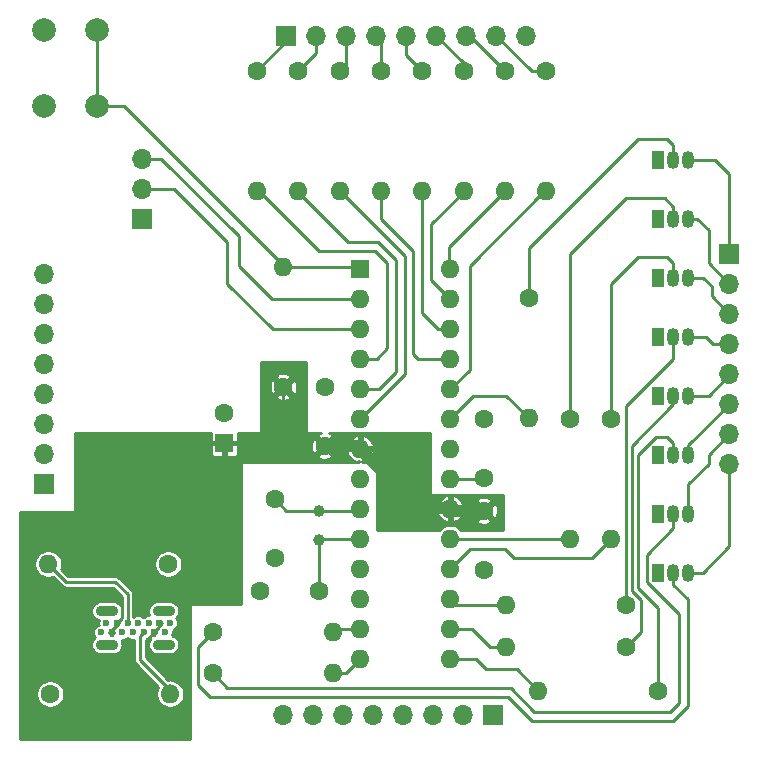
<source format=gbr>
%TF.GenerationSoftware,KiCad,Pcbnew,(5.1.6)-1*%
%TF.CreationDate,2020-05-26T20:54:03-04:00*%
%TF.ProjectId,ArduinoLife2-CPU,41726475-696e-46f4-9c69-6665322d4350,rev?*%
%TF.SameCoordinates,Original*%
%TF.FileFunction,Copper,L2,Bot*%
%TF.FilePolarity,Positive*%
%FSLAX46Y46*%
G04 Gerber Fmt 4.6, Leading zero omitted, Abs format (unit mm)*
G04 Created by KiCad (PCBNEW (5.1.6)-1) date 2020-05-26 20:54:03*
%MOMM*%
%LPD*%
G01*
G04 APERTURE LIST*
%TA.AperFunction,ComponentPad*%
%ADD10C,0.600000*%
%TD*%
%TA.AperFunction,ComponentPad*%
%ADD11O,1.900000X0.900000*%
%TD*%
%TA.AperFunction,ComponentPad*%
%ADD12O,1.600000X1.600000*%
%TD*%
%TA.AperFunction,ComponentPad*%
%ADD13C,1.600000*%
%TD*%
%TA.AperFunction,ComponentPad*%
%ADD14C,1.000000*%
%TD*%
%TA.AperFunction,ComponentPad*%
%ADD15R,1.700000X1.700000*%
%TD*%
%TA.AperFunction,ComponentPad*%
%ADD16O,1.700000X1.700000*%
%TD*%
%TA.AperFunction,ComponentPad*%
%ADD17R,1.600000X1.600000*%
%TD*%
%TA.AperFunction,ComponentPad*%
%ADD18C,2.000000*%
%TD*%
%TA.AperFunction,ComponentPad*%
%ADD19R,1.050000X1.500000*%
%TD*%
%TA.AperFunction,ComponentPad*%
%ADD20O,1.050000X1.500000*%
%TD*%
%TA.AperFunction,Conductor*%
%ADD21C,1.000000*%
%TD*%
%TA.AperFunction,Conductor*%
%ADD22C,0.250000*%
%TD*%
%TA.AperFunction,Conductor*%
%ADD23C,0.254000*%
%TD*%
G04 APERTURE END LIST*
D10*
%TO.P,J6,A1*%
%TO.N,GND*%
X105750000Y-126750000D03*
%TO.P,J6,A4*%
%TO.N,VCC*%
X106650000Y-126750000D03*
%TO.P,J6,A5*%
%TO.N,/CC1*%
X107550000Y-126750000D03*
%TO.P,J6,A6*%
%TO.N,N/C*%
X108450000Y-126750000D03*
%TO.P,J6,A7*%
X109350000Y-126750000D03*
%TO.P,J6,A9*%
%TO.N,VCC*%
X110250000Y-126750000D03*
%TO.P,J6,A12*%
%TO.N,GND*%
X111150000Y-126750000D03*
%TO.P,J6,B12*%
X105300000Y-127530000D03*
%TO.P,J6,B9*%
%TO.N,VCC*%
X106200000Y-127530000D03*
%TO.P,J6,B7*%
%TO.N,N/C*%
X107100000Y-127530000D03*
%TO.P,J6,B6*%
X108000000Y-127530000D03*
%TO.P,J6,B5*%
%TO.N,/CC2*%
X108900000Y-127530000D03*
%TO.P,J6,B4*%
%TO.N,VCC*%
X109800000Y-127530000D03*
%TO.P,J6,B1*%
%TO.N,GND*%
X110700000Y-127530000D03*
D11*
%TO.P,J6,CASE*%
X110600000Y-125710000D03*
X110600000Y-128570000D03*
X105800000Y-125710000D03*
X105800000Y-128570000D03*
%TD*%
D12*
%TO.P,R17,2*%
%TO.N,/CC1*%
X100840000Y-121750000D03*
D13*
%TO.P,R17,1*%
%TO.N,GND*%
X111000000Y-121750000D03*
%TD*%
%TO.P,R18,1*%
%TO.N,GND*%
X101000000Y-132750000D03*
D12*
%TO.P,R18,2*%
%TO.N,/CC2*%
X111160000Y-132750000D03*
%TD*%
D14*
%TO.P,Y1,2*%
%TO.N,/X2*%
X123750000Y-119750000D03*
%TO.P,Y1,1*%
%TO.N,/X1*%
X123750000Y-117250000D03*
%TD*%
D13*
%TO.P,R1,1*%
%TO.N,Net-(Q1-Pad2)*%
X141500000Y-99250000D03*
D12*
%TO.P,R1,2*%
%TO.N,/UC_R0*%
X141500000Y-109410000D03*
%TD*%
D15*
%TO.P,J5,1*%
%TO.N,GND*%
X108750000Y-92500000D03*
D16*
%TO.P,J5,2*%
%TO.N,/TX*%
X108750000Y-89960000D03*
%TO.P,J5,3*%
%TO.N,/RX*%
X108750000Y-87420000D03*
%TD*%
D13*
%TO.P,C3,2*%
%TO.N,Net-(C3-Pad2)*%
X137750000Y-114500000D03*
%TO.P,C3,1*%
%TO.N,GND*%
X137750000Y-109500000D03*
%TD*%
%TO.P,C1,1*%
%TO.N,GND*%
X124250000Y-106750000D03*
%TO.P,C1,2*%
%TO.N,VCC*%
X124250000Y-111750000D03*
%TD*%
%TO.P,C2,2*%
%TO.N,VCC*%
X137750000Y-117250000D03*
%TO.P,C2,1*%
%TO.N,GND*%
X137750000Y-122250000D03*
%TD*%
%TO.P,C4,2*%
%TO.N,/X1*%
X120000000Y-116250000D03*
%TO.P,C4,1*%
%TO.N,GND*%
X120000000Y-121250000D03*
%TD*%
%TO.P,C5,1*%
%TO.N,GND*%
X118750000Y-124000000D03*
%TO.P,C5,2*%
%TO.N,/X2*%
X123750000Y-124000000D03*
%TD*%
D17*
%TO.P,C6,1*%
%TO.N,VCC*%
X115750000Y-111500000D03*
D13*
%TO.P,C6,2*%
%TO.N,GND*%
X115750000Y-109000000D03*
%TD*%
%TO.P,R20,1*%
%TO.N,VCC*%
X120750000Y-106750000D03*
D12*
%TO.P,R20,2*%
%TO.N,/~RESET*%
X120750000Y-96590000D03*
%TD*%
D18*
%TO.P,SW1,2*%
%TO.N,GND*%
X100500000Y-76500000D03*
%TO.P,SW1,1*%
%TO.N,/~RESET*%
X105000000Y-76500000D03*
%TO.P,SW1,2*%
%TO.N,GND*%
X100500000Y-83000000D03*
%TO.P,SW1,1*%
%TO.N,/~RESET*%
X105000000Y-83000000D03*
%TD*%
D17*
%TO.P,U1,1*%
%TO.N,/~RESET*%
X127250000Y-96750000D03*
D12*
%TO.P,U1,15*%
%TO.N,/UC_R5*%
X134870000Y-129770000D03*
%TO.P,U1,2*%
%TO.N,/RX*%
X127250000Y-99290000D03*
%TO.P,U1,16*%
%TO.N,/UC_R4*%
X134870000Y-127230000D03*
%TO.P,U1,3*%
%TO.N,/TX*%
X127250000Y-101830000D03*
%TO.P,U1,17*%
%TO.N,/UC_R3*%
X134870000Y-124690000D03*
%TO.P,U1,4*%
%TO.N,/UC_C0*%
X127250000Y-104370000D03*
%TO.P,U1,18*%
%TO.N,/UC_R2*%
X134870000Y-122150000D03*
%TO.P,U1,5*%
%TO.N,/UC_C1*%
X127250000Y-106910000D03*
%TO.P,U1,19*%
%TO.N,/UC_R1*%
X134870000Y-119610000D03*
%TO.P,U1,6*%
%TO.N,/UC_C2*%
X127250000Y-109450000D03*
%TO.P,U1,20*%
%TO.N,VCC*%
X134870000Y-117070000D03*
%TO.P,U1,7*%
X127250000Y-111990000D03*
%TO.P,U1,21*%
%TO.N,Net-(C3-Pad2)*%
X134870000Y-114530000D03*
%TO.P,U1,8*%
%TO.N,GND*%
X127250000Y-114530000D03*
%TO.P,U1,22*%
X134870000Y-111990000D03*
%TO.P,U1,9*%
%TO.N,/X1*%
X127250000Y-117070000D03*
%TO.P,U1,23*%
%TO.N,/UC_R0*%
X134870000Y-109450000D03*
%TO.P,U1,10*%
%TO.N,/X2*%
X127250000Y-119610000D03*
%TO.P,U1,24*%
%TO.N,/UC_C7*%
X134870000Y-106910000D03*
%TO.P,U1,11*%
%TO.N,N/C*%
X127250000Y-122150000D03*
%TO.P,U1,25*%
%TO.N,/UC_C3*%
X134870000Y-104370000D03*
%TO.P,U1,12*%
%TO.N,N/C*%
X127250000Y-124690000D03*
%TO.P,U1,26*%
%TO.N,/UC_C4*%
X134870000Y-101830000D03*
%TO.P,U1,13*%
%TO.N,/UC_R7*%
X127250000Y-127230000D03*
%TO.P,U1,27*%
%TO.N,/UC_C5*%
X134870000Y-99290000D03*
%TO.P,U1,14*%
%TO.N,/UC_R6*%
X127250000Y-129770000D03*
%TO.P,U1,28*%
%TO.N,/UC_C6*%
X134870000Y-96750000D03*
%TD*%
D15*
%TO.P,J1,1*%
%TO.N,/C0*%
X121000000Y-77000000D03*
D16*
%TO.P,J1,2*%
%TO.N,/C1*%
X123540000Y-77000000D03*
%TO.P,J1,3*%
%TO.N,/C2*%
X126080000Y-77000000D03*
%TO.P,J1,4*%
%TO.N,/C3*%
X128620000Y-77000000D03*
%TO.P,J1,5*%
%TO.N,/C4*%
X131160000Y-77000000D03*
%TO.P,J1,6*%
%TO.N,/C5*%
X133700000Y-77000000D03*
%TO.P,J1,7*%
%TO.N,/C6*%
X136240000Y-77000000D03*
%TO.P,J1,8*%
%TO.N,/C7*%
X138780000Y-77000000D03*
%TO.P,J1,9*%
%TO.N,N/C*%
X141320000Y-77000000D03*
%TD*%
D15*
%TO.P,J2,1*%
%TO.N,/R0*%
X158500000Y-95500000D03*
D16*
%TO.P,J2,2*%
%TO.N,/R1*%
X158500000Y-98040000D03*
%TO.P,J2,3*%
%TO.N,/R2*%
X158500000Y-100580000D03*
%TO.P,J2,4*%
%TO.N,/R3*%
X158500000Y-103120000D03*
%TO.P,J2,5*%
%TO.N,/R4*%
X158500000Y-105660000D03*
%TO.P,J2,6*%
%TO.N,/R5*%
X158500000Y-108200000D03*
%TO.P,J2,7*%
%TO.N,/R6*%
X158500000Y-110740000D03*
%TO.P,J2,8*%
%TO.N,/R7*%
X158500000Y-113280000D03*
%TD*%
D15*
%TO.P,J3,1*%
%TO.N,N/C*%
X100500000Y-115000000D03*
D16*
%TO.P,J3,2*%
X100500000Y-112460000D03*
%TO.P,J3,3*%
X100500000Y-109920000D03*
%TO.P,J3,4*%
X100500000Y-107380000D03*
%TO.P,J3,5*%
X100500000Y-104840000D03*
%TO.P,J3,6*%
X100500000Y-102300000D03*
%TO.P,J3,7*%
X100500000Y-99760000D03*
%TO.P,J3,8*%
X100500000Y-97220000D03*
%TD*%
%TO.P,J4,8*%
%TO.N,N/C*%
X120720000Y-134500000D03*
%TO.P,J4,7*%
X123260000Y-134500000D03*
%TO.P,J4,6*%
X125800000Y-134500000D03*
%TO.P,J4,5*%
X128340000Y-134500000D03*
%TO.P,J4,4*%
X130880000Y-134500000D03*
%TO.P,J4,3*%
X133420000Y-134500000D03*
%TO.P,J4,2*%
X135960000Y-134500000D03*
D15*
%TO.P,J4,1*%
X138500000Y-134500000D03*
%TD*%
D19*
%TO.P,Q1,1*%
%TO.N,GND*%
X152500000Y-87500000D03*
D20*
%TO.P,Q1,3*%
%TO.N,/R0*%
X155040000Y-87500000D03*
%TO.P,Q1,2*%
%TO.N,Net-(Q1-Pad2)*%
X153770000Y-87500000D03*
%TD*%
D19*
%TO.P,Q2,1*%
%TO.N,GND*%
X152500000Y-92500000D03*
D20*
%TO.P,Q2,3*%
%TO.N,/R1*%
X155040000Y-92500000D03*
%TO.P,Q2,2*%
%TO.N,Net-(Q2-Pad2)*%
X153770000Y-92500000D03*
%TD*%
%TO.P,Q3,2*%
%TO.N,Net-(Q3-Pad2)*%
X153770000Y-97500000D03*
%TO.P,Q3,3*%
%TO.N,/R2*%
X155040000Y-97500000D03*
D19*
%TO.P,Q3,1*%
%TO.N,GND*%
X152500000Y-97500000D03*
%TD*%
D20*
%TO.P,Q4,2*%
%TO.N,Net-(Q4-Pad2)*%
X153770000Y-102500000D03*
%TO.P,Q4,3*%
%TO.N,/R3*%
X155040000Y-102500000D03*
D19*
%TO.P,Q4,1*%
%TO.N,GND*%
X152500000Y-102500000D03*
%TD*%
%TO.P,Q5,1*%
%TO.N,GND*%
X152500000Y-107500000D03*
D20*
%TO.P,Q5,3*%
%TO.N,/R4*%
X155040000Y-107500000D03*
%TO.P,Q5,2*%
%TO.N,Net-(Q5-Pad2)*%
X153770000Y-107500000D03*
%TD*%
D19*
%TO.P,Q6,1*%
%TO.N,GND*%
X152500000Y-112500000D03*
D20*
%TO.P,Q6,3*%
%TO.N,/R5*%
X155040000Y-112500000D03*
%TO.P,Q6,2*%
%TO.N,Net-(Q6-Pad2)*%
X153770000Y-112500000D03*
%TD*%
%TO.P,Q7,2*%
%TO.N,Net-(Q7-Pad2)*%
X153770000Y-117500000D03*
%TO.P,Q7,3*%
%TO.N,/R6*%
X155040000Y-117500000D03*
D19*
%TO.P,Q7,1*%
%TO.N,GND*%
X152500000Y-117500000D03*
%TD*%
D20*
%TO.P,Q8,2*%
%TO.N,Net-(Q8-Pad2)*%
X153770000Y-122500000D03*
%TO.P,Q8,3*%
%TO.N,/R7*%
X155040000Y-122500000D03*
D19*
%TO.P,Q8,1*%
%TO.N,GND*%
X152500000Y-122500000D03*
%TD*%
D13*
%TO.P,R2,1*%
%TO.N,Net-(Q2-Pad2)*%
X145000000Y-109500000D03*
D12*
%TO.P,R2,2*%
%TO.N,/UC_R1*%
X145000000Y-119660000D03*
%TD*%
%TO.P,R3,2*%
%TO.N,/UC_R2*%
X148500000Y-119660000D03*
D13*
%TO.P,R3,1*%
%TO.N,Net-(Q3-Pad2)*%
X148500000Y-109500000D03*
%TD*%
D12*
%TO.P,R4,2*%
%TO.N,/UC_R3*%
X139590000Y-125250000D03*
D13*
%TO.P,R4,1*%
%TO.N,Net-(Q4-Pad2)*%
X149750000Y-125250000D03*
%TD*%
%TO.P,R5,1*%
%TO.N,Net-(Q5-Pad2)*%
X149750000Y-128750000D03*
D12*
%TO.P,R5,2*%
%TO.N,/UC_R4*%
X139590000Y-128750000D03*
%TD*%
D13*
%TO.P,R6,1*%
%TO.N,Net-(Q6-Pad2)*%
X152500000Y-132500000D03*
D12*
%TO.P,R6,2*%
%TO.N,/UC_R5*%
X142340000Y-132500000D03*
%TD*%
%TO.P,R7,2*%
%TO.N,/UC_R6*%
X124910000Y-131000000D03*
D13*
%TO.P,R7,1*%
%TO.N,Net-(Q7-Pad2)*%
X114750000Y-131000000D03*
%TD*%
D12*
%TO.P,R8,2*%
%TO.N,/UC_R7*%
X124910000Y-127500000D03*
D13*
%TO.P,R8,1*%
%TO.N,Net-(Q8-Pad2)*%
X114750000Y-127500000D03*
%TD*%
D12*
%TO.P,R9,2*%
%TO.N,/UC_C0*%
X118500000Y-90160000D03*
D13*
%TO.P,R9,1*%
%TO.N,/C0*%
X118500000Y-80000000D03*
%TD*%
%TO.P,R10,1*%
%TO.N,/C1*%
X122000000Y-80000000D03*
D12*
%TO.P,R10,2*%
%TO.N,/UC_C1*%
X122000000Y-90160000D03*
%TD*%
%TO.P,R11,2*%
%TO.N,/UC_C2*%
X125500000Y-90160000D03*
D13*
%TO.P,R11,1*%
%TO.N,/C2*%
X125500000Y-80000000D03*
%TD*%
%TO.P,R12,1*%
%TO.N,/C3*%
X129000000Y-80000000D03*
D12*
%TO.P,R12,2*%
%TO.N,/UC_C3*%
X129000000Y-90160000D03*
%TD*%
D13*
%TO.P,R13,1*%
%TO.N,/C4*%
X132500000Y-80000000D03*
D12*
%TO.P,R13,2*%
%TO.N,/UC_C4*%
X132500000Y-90160000D03*
%TD*%
%TO.P,R14,2*%
%TO.N,/UC_C5*%
X136000000Y-90160000D03*
D13*
%TO.P,R14,1*%
%TO.N,/C5*%
X136000000Y-80000000D03*
%TD*%
%TO.P,R15,1*%
%TO.N,/C6*%
X139500000Y-80000000D03*
D12*
%TO.P,R15,2*%
%TO.N,/UC_C6*%
X139500000Y-90160000D03*
%TD*%
%TO.P,R16,2*%
%TO.N,/UC_C7*%
X143000000Y-90160000D03*
D13*
%TO.P,R16,1*%
%TO.N,/C7*%
X143000000Y-80000000D03*
%TD*%
D21*
%TO.N,VCC*%
X127010000Y-111750000D02*
X127250000Y-111990000D01*
X124250000Y-111750000D02*
X127010000Y-111750000D01*
X127250000Y-111990000D02*
X132260000Y-117000000D01*
X134800000Y-117000000D02*
X134870000Y-117070000D01*
X132260000Y-117000000D02*
X134800000Y-117000000D01*
X135050000Y-117250000D02*
X134870000Y-117070000D01*
X137750000Y-117250000D02*
X135050000Y-117250000D01*
D22*
X109750000Y-129750000D02*
X110000000Y-129750000D01*
X109250000Y-129250000D02*
X109750000Y-129750000D01*
X109800000Y-127530000D02*
X109250000Y-128080000D01*
X109250000Y-128080000D02*
X109250000Y-129250000D01*
X107075010Y-126324990D02*
X107075010Y-124575010D01*
X106650000Y-126750000D02*
X107075010Y-126324990D01*
X107075010Y-124575010D02*
X107000000Y-124500000D01*
X106650000Y-126925000D02*
X106650000Y-126750000D01*
X106200000Y-127530000D02*
X106200000Y-127375000D01*
X106200000Y-127375000D02*
X106650000Y-126925000D01*
X109750000Y-127480000D02*
X109800000Y-127530000D01*
X110250000Y-127080000D02*
X109800000Y-127530000D01*
X110250000Y-126750000D02*
X110250000Y-127080000D01*
X120750000Y-106750000D02*
X120750000Y-111500000D01*
D23*
%TO.N,Net-(C3-Pad2)*%
X137720000Y-114530000D02*
X137750000Y-114500000D01*
X134870000Y-114530000D02*
X137720000Y-114530000D01*
%TO.N,/X1*%
X127070000Y-117250000D02*
X123750000Y-117250000D01*
X127250000Y-117070000D02*
X127070000Y-117250000D01*
D22*
X121000000Y-117250000D02*
X120000000Y-116250000D01*
X123750000Y-117250000D02*
X121000000Y-117250000D01*
D23*
%TO.N,/X2*%
X123810000Y-119610000D02*
X123750000Y-119550000D01*
X127250000Y-119610000D02*
X123810000Y-119610000D01*
X123750000Y-119550000D02*
X123750000Y-124000000D01*
%TO.N,/RX*%
X110420000Y-87420000D02*
X108750000Y-87420000D01*
X127250000Y-99290000D02*
X119790000Y-99290000D01*
X117000000Y-94000000D02*
X110420000Y-87420000D01*
X117000000Y-96500000D02*
X117000000Y-94000000D01*
X119790000Y-99290000D02*
X117000000Y-96500000D01*
%TO.N,/TX*%
X111460000Y-89960000D02*
X108750000Y-89960000D01*
X127250000Y-101830000D02*
X119830000Y-101830000D01*
X116000000Y-94500000D02*
X111460000Y-89960000D01*
X116000000Y-98000000D02*
X116000000Y-94500000D01*
X119830000Y-101830000D02*
X116000000Y-98000000D01*
%TO.N,/~RESET*%
X105000000Y-83000000D02*
X105000000Y-76500000D01*
X107250000Y-83000000D02*
X105000000Y-83000000D01*
X127250000Y-96750000D02*
X127090000Y-96590000D01*
X120840000Y-96590000D02*
X107250000Y-83000000D01*
X127090000Y-96590000D02*
X120840000Y-96590000D01*
%TO.N,/C0*%
X121000000Y-77500000D02*
X118500000Y-80000000D01*
%TO.N,/C1*%
X123540000Y-78460000D02*
X122000000Y-80000000D01*
X123540000Y-77000000D02*
X123540000Y-78460000D01*
%TO.N,/C2*%
X126080000Y-79420000D02*
X125500000Y-80000000D01*
X126080000Y-77000000D02*
X126080000Y-79420000D01*
%TO.N,/C3*%
X129000000Y-77380000D02*
X128620000Y-77000000D01*
X129000000Y-80000000D02*
X129000000Y-77380000D01*
%TO.N,/C4*%
X131160000Y-78660000D02*
X132500000Y-80000000D01*
X131160000Y-77000000D02*
X131160000Y-78660000D01*
%TO.N,/C5*%
X136000000Y-79300000D02*
X136000000Y-80000000D01*
X133700000Y-77000000D02*
X136000000Y-79300000D01*
%TO.N,/C6*%
X136500000Y-77000000D02*
X136240000Y-77000000D01*
X139500000Y-80000000D02*
X136500000Y-77000000D01*
%TO.N,/C7*%
X141780000Y-80000000D02*
X143000000Y-80000000D01*
X138780000Y-77000000D02*
X141780000Y-80000000D01*
%TO.N,/R0*%
X158500000Y-95500000D02*
X158500000Y-88750000D01*
X157250000Y-87500000D02*
X155040000Y-87500000D01*
X158500000Y-88750000D02*
X157250000Y-87500000D01*
%TO.N,/R1*%
X156750000Y-93500000D02*
X155750000Y-92500000D01*
X155750000Y-92500000D02*
X155040000Y-92500000D01*
X158500000Y-98040000D02*
X156750000Y-96290000D01*
X156750000Y-96290000D02*
X156750000Y-93500000D01*
%TO.N,/R2*%
X157000000Y-98250000D02*
X157000000Y-99080000D01*
X157000000Y-99080000D02*
X158500000Y-100580000D01*
X155040000Y-97500000D02*
X156250000Y-97500000D01*
X156250000Y-97500000D02*
X157000000Y-98250000D01*
%TO.N,/R3*%
X158500000Y-103120000D02*
X157120000Y-103120000D01*
X156500000Y-102500000D02*
X155040000Y-102500000D01*
X157120000Y-103120000D02*
X156500000Y-102500000D01*
%TO.N,/R4*%
X158500000Y-105750000D02*
X158500000Y-105660000D01*
X155040000Y-107500000D02*
X156750000Y-107500000D01*
X156750000Y-107500000D02*
X158500000Y-105750000D01*
%TO.N,/R5*%
X158500000Y-108250000D02*
X158500000Y-108200000D01*
X155040000Y-112500000D02*
X155040000Y-111710000D01*
X155040000Y-111710000D02*
X158500000Y-108250000D01*
%TO.N,/R6*%
X155040000Y-117500000D02*
X155040000Y-114960000D01*
X155040000Y-114960000D02*
X156750000Y-113250000D01*
X156750000Y-112490000D02*
X158500000Y-110740000D01*
X156750000Y-113250000D02*
X156750000Y-112490000D01*
%TO.N,/R7*%
X155040000Y-122500000D02*
X156250000Y-122500000D01*
X158500000Y-120250000D02*
X158500000Y-113280000D01*
X156250000Y-122500000D02*
X158500000Y-120250000D01*
%TO.N,Net-(Q1-Pad2)*%
X141500000Y-99250000D02*
X141500000Y-95000000D01*
X141500000Y-95000000D02*
X150750000Y-85750000D01*
X150750000Y-85750000D02*
X153250000Y-85750000D01*
X153770000Y-86270000D02*
X153770000Y-87500000D01*
X153250000Y-85750000D02*
X153770000Y-86270000D01*
%TO.N,Net-(Q2-Pad2)*%
X145000000Y-109500000D02*
X145000000Y-95500000D01*
X145000000Y-95500000D02*
X149750000Y-90750000D01*
X153770000Y-91496000D02*
X153770000Y-92500000D01*
X153024000Y-90750000D02*
X153770000Y-91496000D01*
X149750000Y-90750000D02*
X153024000Y-90750000D01*
%TO.N,Net-(Q3-Pad2)*%
X153250000Y-95750000D02*
X153770000Y-96270000D01*
X150750000Y-95750000D02*
X153250000Y-95750000D01*
X148500000Y-109500000D02*
X148500000Y-98000000D01*
X153770000Y-96270000D02*
X153770000Y-97500000D01*
X148500000Y-98000000D02*
X150750000Y-95750000D01*
%TO.N,Net-(Q4-Pad2)*%
X153770000Y-104366398D02*
X153770000Y-102500000D01*
X149750000Y-108386398D02*
X153770000Y-104366398D01*
X149750000Y-125250000D02*
X149750000Y-108386398D01*
%TO.N,Net-(Q5-Pad2)*%
X153770000Y-108230000D02*
X153770000Y-107500000D01*
X151000000Y-127500000D02*
X151000000Y-124791019D01*
X150250000Y-111750000D02*
X153770000Y-108230000D01*
X149750000Y-128750000D02*
X151000000Y-127500000D01*
X151000000Y-124791019D02*
X150250000Y-124041019D01*
X150250000Y-124041019D02*
X150250000Y-111750000D01*
%TO.N,Net-(Q6-Pad2)*%
X153770000Y-112500000D02*
X153770000Y-111520000D01*
X153770000Y-111520000D02*
X153250000Y-111000000D01*
X153250000Y-111000000D02*
X152250000Y-111000000D01*
X152250000Y-111000000D02*
X150750000Y-112500000D01*
X150750000Y-112500000D02*
X150750000Y-123750000D01*
X152500000Y-125500000D02*
X152500000Y-132500000D01*
X150750000Y-123750000D02*
X152500000Y-125500000D01*
%TO.N,Net-(Q7-Pad2)*%
X116000000Y-132250000D02*
X114750000Y-131000000D01*
X140000000Y-132250000D02*
X116000000Y-132250000D01*
X142000000Y-134250000D02*
X140000000Y-132250000D01*
X153500000Y-134250000D02*
X142000000Y-134250000D01*
X153770000Y-118730000D02*
X151500000Y-121000000D01*
X154250000Y-126000000D02*
X154250000Y-133500000D01*
X153770000Y-117500000D02*
X153770000Y-118730000D01*
X154250000Y-133500000D02*
X153500000Y-134250000D01*
X151500000Y-123250000D02*
X154250000Y-126000000D01*
X151500000Y-121000000D02*
X151500000Y-123250000D01*
%TO.N,Net-(Q8-Pad2)*%
X155000000Y-124750000D02*
X153770000Y-123520000D01*
X155000000Y-133750000D02*
X155000000Y-124750000D01*
X153750000Y-135000000D02*
X155000000Y-133750000D01*
X153770000Y-123520000D02*
X153770000Y-122500000D01*
X141750000Y-135000000D02*
X153750000Y-135000000D01*
X113500000Y-128750000D02*
X113500000Y-132000000D01*
X113500000Y-132000000D02*
X114500000Y-133000000D01*
X114750000Y-127500000D02*
X113500000Y-128750000D01*
X139750000Y-133000000D02*
X141750000Y-135000000D01*
X114500000Y-133000000D02*
X139750000Y-133000000D01*
%TO.N,/UC_R0*%
X134870000Y-109450000D02*
X136820000Y-107500000D01*
X139590000Y-107500000D02*
X141500000Y-109410000D01*
X136820000Y-107500000D02*
X139590000Y-107500000D01*
%TO.N,/UC_R1*%
X134920000Y-119660000D02*
X134870000Y-119610000D01*
X145000000Y-119660000D02*
X134920000Y-119660000D01*
%TO.N,/UC_R2*%
X136520000Y-120500000D02*
X134870000Y-122150000D01*
X139500000Y-120500000D02*
X136520000Y-120500000D01*
X140250000Y-121250000D02*
X139500000Y-120500000D01*
X148500000Y-119660000D02*
X146910000Y-121250000D01*
X146910000Y-121250000D02*
X140250000Y-121250000D01*
%TO.N,/UC_R3*%
X135430000Y-125250000D02*
X134870000Y-124690000D01*
X139590000Y-125250000D02*
X135430000Y-125250000D01*
%TO.N,/UC_R4*%
X136730000Y-127230000D02*
X134870000Y-127230000D01*
X139590000Y-128750000D02*
X138250000Y-128750000D01*
X138250000Y-128750000D02*
X136730000Y-127230000D01*
%TO.N,/UC_R5*%
X137020000Y-129770000D02*
X134870000Y-129770000D01*
X137910000Y-130660000D02*
X137020000Y-129770000D01*
X142340000Y-132500000D02*
X140500000Y-130660000D01*
X140500000Y-130660000D02*
X137910000Y-130660000D01*
%TO.N,/UC_R6*%
X127230000Y-129770000D02*
X127250000Y-129770000D01*
X124910000Y-131000000D02*
X126000000Y-131000000D01*
X126000000Y-131000000D02*
X127230000Y-129770000D01*
%TO.N,/UC_R7*%
X124910000Y-127500000D02*
X125160000Y-127250000D01*
X127230000Y-127250000D02*
X127250000Y-127230000D01*
X125160000Y-127250000D02*
X127230000Y-127250000D01*
%TO.N,/UC_C0*%
X128630000Y-104370000D02*
X127250000Y-104370000D01*
X118660000Y-90160000D02*
X123750000Y-95250000D01*
X129500000Y-103500000D02*
X128630000Y-104370000D01*
X118500000Y-90160000D02*
X118660000Y-90160000D01*
X123750000Y-95250000D02*
X128500000Y-95250000D01*
X128500000Y-95250000D02*
X129500000Y-96250000D01*
X129500000Y-96250000D02*
X129500000Y-103500000D01*
%TO.N,/UC_C1*%
X128840000Y-106910000D02*
X127250000Y-106910000D01*
X130250000Y-105500000D02*
X128840000Y-106910000D01*
X122000000Y-90250000D02*
X126250000Y-94500000D01*
X122000000Y-90160000D02*
X122000000Y-90250000D01*
X126250000Y-94500000D02*
X128750000Y-94500000D01*
X128750000Y-94500000D02*
X130250000Y-96000000D01*
X130250000Y-96000000D02*
X130250000Y-105500000D01*
%TO.N,/UC_C2*%
X131000000Y-105700000D02*
X127250000Y-109450000D01*
X131000000Y-95660000D02*
X131000000Y-105700000D01*
X125500000Y-90160000D02*
X131000000Y-95660000D01*
%TO.N,/UC_C3*%
X132120000Y-104370000D02*
X134870000Y-104370000D01*
X131750000Y-104000000D02*
X132120000Y-104370000D01*
X131750000Y-95250000D02*
X131750000Y-104000000D01*
X129000000Y-90160000D02*
X129000000Y-92500000D01*
X129000000Y-92500000D02*
X131750000Y-95250000D01*
%TO.N,/UC_C4*%
X132500000Y-90160000D02*
X132500000Y-100500000D01*
X133830000Y-101830000D02*
X134870000Y-101830000D01*
X132500000Y-100500000D02*
X133830000Y-101830000D01*
%TO.N,/UC_C5*%
X133250000Y-93000000D02*
X133250000Y-97670000D01*
X136000000Y-90160000D02*
X136000000Y-90250000D01*
X133250000Y-97670000D02*
X134870000Y-99290000D01*
X136000000Y-90250000D02*
X133250000Y-93000000D01*
%TO.N,/UC_C6*%
X134750000Y-94910000D02*
X139500000Y-90160000D01*
X134870000Y-96750000D02*
X134750000Y-96630000D01*
X134750000Y-96630000D02*
X134750000Y-94910000D01*
%TO.N,/UC_C7*%
X134870000Y-106910000D02*
X136500000Y-105280000D01*
X136500000Y-105280000D02*
X136500000Y-96500000D01*
X142840000Y-90160000D02*
X143000000Y-90160000D01*
X136500000Y-96500000D02*
X142840000Y-90160000D01*
D22*
%TO.N,/CC1*%
X102340000Y-123250000D02*
X100840000Y-121750000D01*
X106500000Y-123250000D02*
X102340000Y-123250000D01*
X107550000Y-126750000D02*
X107550000Y-124300000D01*
X107550000Y-124300000D02*
X106500000Y-123250000D01*
%TO.N,/CC2*%
X108600001Y-127829999D02*
X108900000Y-127530000D01*
X108600001Y-129850001D02*
X108600001Y-127829999D01*
X111160000Y-132000000D02*
X110955000Y-132205000D01*
X110955000Y-132205000D02*
X108600001Y-129850001D01*
%TD*%
%TO.N,VCC*%
G36*
X122625000Y-110500000D02*
G01*
X122627402Y-110524386D01*
X122634515Y-110547835D01*
X122646066Y-110569446D01*
X122661612Y-110588388D01*
X122680554Y-110603934D01*
X122702165Y-110615485D01*
X122725614Y-110622598D01*
X122750000Y-110625000D01*
X123903080Y-110625000D01*
X123726368Y-110691782D01*
X123661039Y-110726701D01*
X123574909Y-110898132D01*
X124250000Y-111573223D01*
X124925091Y-110898132D01*
X124838961Y-110726701D01*
X124628009Y-110631463D01*
X124600121Y-110625000D01*
X133125000Y-110625000D01*
X133125000Y-115750000D01*
X133127402Y-115774386D01*
X133134515Y-115797835D01*
X133146066Y-115819446D01*
X133161612Y-115838388D01*
X133180554Y-115853934D01*
X133202165Y-115865485D01*
X133225614Y-115872598D01*
X133250000Y-115875000D01*
X139375000Y-115875000D01*
X139375000Y-118875000D01*
X135792049Y-118875000D01*
X135782682Y-118860981D01*
X135619019Y-118697318D01*
X135426571Y-118568729D01*
X135212735Y-118480155D01*
X134985727Y-118435000D01*
X134754273Y-118435000D01*
X134527265Y-118480155D01*
X134313429Y-118568729D01*
X134120981Y-118697318D01*
X133957318Y-118860981D01*
X133947951Y-118875000D01*
X128625000Y-118875000D01*
X128625000Y-117376228D01*
X133735606Y-117376228D01*
X133756649Y-117445619D01*
X133851321Y-117655606D01*
X133985141Y-117843088D01*
X134152965Y-118000861D01*
X134348345Y-118122861D01*
X134563771Y-118204400D01*
X134745000Y-118144588D01*
X134745000Y-117195000D01*
X134995000Y-117195000D01*
X134995000Y-118144588D01*
X135176229Y-118204400D01*
X135391655Y-118122861D01*
X135425274Y-118101868D01*
X137074909Y-118101868D01*
X137161039Y-118273299D01*
X137371991Y-118368537D01*
X137597470Y-118420791D01*
X137828811Y-118428051D01*
X138057123Y-118390040D01*
X138273632Y-118308218D01*
X138338961Y-118273299D01*
X138425091Y-118101868D01*
X137750000Y-117426777D01*
X137074909Y-118101868D01*
X135425274Y-118101868D01*
X135587035Y-118000861D01*
X135754859Y-117843088D01*
X135888679Y-117655606D01*
X135983351Y-117445619D01*
X136004394Y-117376228D01*
X135988593Y-117328811D01*
X136571949Y-117328811D01*
X136609960Y-117557123D01*
X136691782Y-117773632D01*
X136726701Y-117838961D01*
X136898132Y-117925091D01*
X137573223Y-117250000D01*
X137926777Y-117250000D01*
X138601868Y-117925091D01*
X138773299Y-117838961D01*
X138868537Y-117628009D01*
X138920791Y-117402530D01*
X138928051Y-117171189D01*
X138890040Y-116942877D01*
X138808218Y-116726368D01*
X138773299Y-116661039D01*
X138601868Y-116574909D01*
X137926777Y-117250000D01*
X137573223Y-117250000D01*
X136898132Y-116574909D01*
X136726701Y-116661039D01*
X136631463Y-116871991D01*
X136579209Y-117097470D01*
X136571949Y-117328811D01*
X135988593Y-117328811D01*
X135944000Y-117195000D01*
X134995000Y-117195000D01*
X134745000Y-117195000D01*
X133796000Y-117195000D01*
X133735606Y-117376228D01*
X128625000Y-117376228D01*
X128625000Y-116763772D01*
X133735606Y-116763772D01*
X133796000Y-116945000D01*
X134745000Y-116945000D01*
X134745000Y-115995412D01*
X134995000Y-115995412D01*
X134995000Y-116945000D01*
X135944000Y-116945000D01*
X136004394Y-116763772D01*
X135983351Y-116694381D01*
X135888679Y-116484394D01*
X135827108Y-116398132D01*
X137074909Y-116398132D01*
X137750000Y-117073223D01*
X138425091Y-116398132D01*
X138338961Y-116226701D01*
X138128009Y-116131463D01*
X137902530Y-116079209D01*
X137671189Y-116071949D01*
X137442877Y-116109960D01*
X137226368Y-116191782D01*
X137161039Y-116226701D01*
X137074909Y-116398132D01*
X135827108Y-116398132D01*
X135754859Y-116296912D01*
X135587035Y-116139139D01*
X135391655Y-116017139D01*
X135176229Y-115935600D01*
X134995000Y-115995412D01*
X134745000Y-115995412D01*
X134563771Y-115935600D01*
X134348345Y-116017139D01*
X134152965Y-116139139D01*
X133985141Y-116296912D01*
X133851321Y-116484394D01*
X133756649Y-116694381D01*
X133735606Y-116763772D01*
X128625000Y-116763772D01*
X128625000Y-113250000D01*
X128622598Y-113225614D01*
X128615485Y-113202165D01*
X128603934Y-113180554D01*
X128588388Y-113161612D01*
X128569446Y-113146066D01*
X128547835Y-113134515D01*
X128524386Y-113127402D01*
X128500000Y-113125000D01*
X127375002Y-113125000D01*
X127375002Y-113064589D01*
X127556229Y-113124400D01*
X127771655Y-113042861D01*
X127967035Y-112920861D01*
X128134859Y-112763088D01*
X128268679Y-112575606D01*
X128363351Y-112365619D01*
X128384394Y-112296228D01*
X128324000Y-112115000D01*
X127375000Y-112115000D01*
X127375000Y-112135000D01*
X127125000Y-112135000D01*
X127125000Y-112115000D01*
X126176000Y-112115000D01*
X126115606Y-112296228D01*
X126136649Y-112365619D01*
X126231321Y-112575606D01*
X126365141Y-112763088D01*
X126532965Y-112920861D01*
X126728345Y-113042861D01*
X126943771Y-113124400D01*
X127124998Y-113064589D01*
X127124998Y-113125000D01*
X117250000Y-113125000D01*
X117225614Y-113127402D01*
X117202165Y-113134515D01*
X117180554Y-113146066D01*
X117161612Y-113161612D01*
X117146066Y-113180554D01*
X117134515Y-113202165D01*
X117127402Y-113225614D01*
X117125000Y-113250000D01*
X117125000Y-125125000D01*
X113000000Y-125125000D01*
X112975614Y-125127402D01*
X112952165Y-125134515D01*
X112930554Y-125146066D01*
X112911612Y-125161612D01*
X112896066Y-125180554D01*
X112884515Y-125202165D01*
X112877402Y-125225614D01*
X112875000Y-125250000D01*
X112875000Y-136600000D01*
X98400000Y-136600000D01*
X98400000Y-132634273D01*
X99825000Y-132634273D01*
X99825000Y-132865727D01*
X99870155Y-133092735D01*
X99958729Y-133306571D01*
X100087318Y-133499019D01*
X100250981Y-133662682D01*
X100443429Y-133791271D01*
X100657265Y-133879845D01*
X100884273Y-133925000D01*
X101115727Y-133925000D01*
X101342735Y-133879845D01*
X101556571Y-133791271D01*
X101749019Y-133662682D01*
X101912682Y-133499019D01*
X102041271Y-133306571D01*
X102129845Y-133092735D01*
X102175000Y-132865727D01*
X102175000Y-132634273D01*
X102129845Y-132407265D01*
X102041271Y-132193429D01*
X101912682Y-132000981D01*
X101749019Y-131837318D01*
X101556571Y-131708729D01*
X101342735Y-131620155D01*
X101115727Y-131575000D01*
X100884273Y-131575000D01*
X100657265Y-131620155D01*
X100443429Y-131708729D01*
X100250981Y-131837318D01*
X100087318Y-132000981D01*
X99958729Y-132193429D01*
X99870155Y-132407265D01*
X99825000Y-132634273D01*
X98400000Y-132634273D01*
X98400000Y-121634273D01*
X99665000Y-121634273D01*
X99665000Y-121865727D01*
X99710155Y-122092735D01*
X99798729Y-122306571D01*
X99927318Y-122499019D01*
X100090981Y-122662682D01*
X100283429Y-122791271D01*
X100497265Y-122879845D01*
X100724273Y-122925000D01*
X100955727Y-122925000D01*
X101182735Y-122879845D01*
X101239306Y-122856412D01*
X101969079Y-123586186D01*
X101984736Y-123605264D01*
X102060871Y-123667746D01*
X102147733Y-123714175D01*
X102241983Y-123742765D01*
X102315440Y-123750000D01*
X102315449Y-123750000D01*
X102339999Y-123752418D01*
X102364549Y-123750000D01*
X106292895Y-123750000D01*
X107050001Y-124507108D01*
X107050001Y-125363036D01*
X106989281Y-125249437D01*
X106886185Y-125123815D01*
X106760563Y-125020719D01*
X106617241Y-124944112D01*
X106461728Y-124896938D01*
X106340521Y-124885000D01*
X105259479Y-124885000D01*
X105138272Y-124896938D01*
X104982759Y-124944112D01*
X104839437Y-125020719D01*
X104713815Y-125123815D01*
X104610719Y-125249437D01*
X104534112Y-125392759D01*
X104486938Y-125548272D01*
X104471009Y-125710000D01*
X104486938Y-125871728D01*
X104534112Y-126027241D01*
X104610719Y-126170563D01*
X104713815Y-126296185D01*
X104839437Y-126399281D01*
X104982759Y-126475888D01*
X105116164Y-126516356D01*
X105100940Y-126553110D01*
X105075000Y-126683518D01*
X105075000Y-126816482D01*
X105088985Y-126886791D01*
X104980268Y-126931823D01*
X104869713Y-127005693D01*
X104775693Y-127099713D01*
X104701823Y-127210268D01*
X104650940Y-127333110D01*
X104625000Y-127463518D01*
X104625000Y-127596482D01*
X104650940Y-127726890D01*
X104701823Y-127849732D01*
X104763932Y-127942685D01*
X104713815Y-127983815D01*
X104610719Y-128109437D01*
X104534112Y-128252759D01*
X104486938Y-128408272D01*
X104471009Y-128570000D01*
X104486938Y-128731728D01*
X104534112Y-128887241D01*
X104610719Y-129030563D01*
X104713815Y-129156185D01*
X104839437Y-129259281D01*
X104982759Y-129335888D01*
X105138272Y-129383062D01*
X105259479Y-129395000D01*
X106340521Y-129395000D01*
X106461728Y-129383062D01*
X106617241Y-129335888D01*
X106760563Y-129259281D01*
X106886185Y-129156185D01*
X106989281Y-129030563D01*
X107065888Y-128887241D01*
X107113062Y-128731728D01*
X107128991Y-128570000D01*
X107113062Y-128408272D01*
X107065888Y-128252759D01*
X107040360Y-128205000D01*
X107166482Y-128205000D01*
X107296890Y-128179060D01*
X107419732Y-128128177D01*
X107530287Y-128054307D01*
X107550000Y-128034594D01*
X107569713Y-128054307D01*
X107680268Y-128128177D01*
X107803110Y-128179060D01*
X107933518Y-128205000D01*
X108066482Y-128205000D01*
X108100002Y-128198332D01*
X108100001Y-129825441D01*
X108097582Y-129850001D01*
X108101101Y-129885727D01*
X108107236Y-129948017D01*
X108135826Y-130042267D01*
X108182255Y-130129130D01*
X108244737Y-130205265D01*
X108263825Y-130220930D01*
X110165830Y-132122937D01*
X110118729Y-132193429D01*
X110030155Y-132407265D01*
X109985000Y-132634273D01*
X109985000Y-132865727D01*
X110030155Y-133092735D01*
X110118729Y-133306571D01*
X110247318Y-133499019D01*
X110410981Y-133662682D01*
X110603429Y-133791271D01*
X110817265Y-133879845D01*
X111044273Y-133925000D01*
X111275727Y-133925000D01*
X111502735Y-133879845D01*
X111716571Y-133791271D01*
X111909019Y-133662682D01*
X112072682Y-133499019D01*
X112201271Y-133306571D01*
X112289845Y-133092735D01*
X112335000Y-132865727D01*
X112335000Y-132634273D01*
X112289845Y-132407265D01*
X112201271Y-132193429D01*
X112072682Y-132000981D01*
X111909019Y-131837318D01*
X111716571Y-131708729D01*
X111502735Y-131620155D01*
X111479738Y-131615581D01*
X111439129Y-131582254D01*
X111352268Y-131535826D01*
X111258017Y-131507235D01*
X111160000Y-131497581D01*
X111061983Y-131507235D01*
X110987067Y-131529961D01*
X109100001Y-129642896D01*
X109100001Y-128177771D01*
X109219732Y-128128177D01*
X109330287Y-128054307D01*
X109348119Y-128036476D01*
X109409211Y-128097568D01*
X109471942Y-128034837D01*
X109410719Y-128109437D01*
X109334112Y-128252759D01*
X109286938Y-128408272D01*
X109271009Y-128570000D01*
X109286938Y-128731728D01*
X109334112Y-128887241D01*
X109410719Y-129030563D01*
X109513815Y-129156185D01*
X109639437Y-129259281D01*
X109782759Y-129335888D01*
X109938272Y-129383062D01*
X110059479Y-129395000D01*
X111140521Y-129395000D01*
X111261728Y-129383062D01*
X111417241Y-129335888D01*
X111560563Y-129259281D01*
X111686185Y-129156185D01*
X111789281Y-129030563D01*
X111865888Y-128887241D01*
X111913062Y-128731728D01*
X111928991Y-128570000D01*
X111913062Y-128408272D01*
X111865888Y-128252759D01*
X111789281Y-128109437D01*
X111686185Y-127983815D01*
X111560563Y-127880719D01*
X111417241Y-127804112D01*
X111328255Y-127777118D01*
X111349060Y-127726890D01*
X111375000Y-127596482D01*
X111375000Y-127463518D01*
X111361015Y-127393209D01*
X111469732Y-127348177D01*
X111580287Y-127274307D01*
X111674307Y-127180287D01*
X111748177Y-127069732D01*
X111799060Y-126946890D01*
X111825000Y-126816482D01*
X111825000Y-126683518D01*
X111799060Y-126553110D01*
X111748177Y-126430268D01*
X111674307Y-126319713D01*
X111666738Y-126312144D01*
X111686185Y-126296185D01*
X111789281Y-126170563D01*
X111865888Y-126027241D01*
X111913062Y-125871728D01*
X111928991Y-125710000D01*
X111913062Y-125548272D01*
X111865888Y-125392759D01*
X111789281Y-125249437D01*
X111686185Y-125123815D01*
X111560563Y-125020719D01*
X111417241Y-124944112D01*
X111261728Y-124896938D01*
X111140521Y-124885000D01*
X110059479Y-124885000D01*
X109938272Y-124896938D01*
X109782759Y-124944112D01*
X109639437Y-125020719D01*
X109513815Y-125123815D01*
X109410719Y-125249437D01*
X109334112Y-125392759D01*
X109286938Y-125548272D01*
X109271009Y-125710000D01*
X109286938Y-125871728D01*
X109334112Y-126027241D01*
X109359640Y-126075000D01*
X109283518Y-126075000D01*
X109153110Y-126100940D01*
X109030268Y-126151823D01*
X108919713Y-126225693D01*
X108900000Y-126245406D01*
X108880287Y-126225693D01*
X108769732Y-126151823D01*
X108646890Y-126100940D01*
X108516482Y-126075000D01*
X108383518Y-126075000D01*
X108253110Y-126100940D01*
X108130268Y-126151823D01*
X108050000Y-126205456D01*
X108050000Y-124324549D01*
X108052418Y-124299999D01*
X108050000Y-124275449D01*
X108050000Y-124275440D01*
X108042765Y-124201983D01*
X108014175Y-124107733D01*
X107967746Y-124020871D01*
X107905264Y-123944736D01*
X107886187Y-123929080D01*
X106870929Y-122913824D01*
X106855264Y-122894736D01*
X106779129Y-122832254D01*
X106692267Y-122785825D01*
X106598017Y-122757235D01*
X106524560Y-122750000D01*
X106500000Y-122747581D01*
X106475440Y-122750000D01*
X102547107Y-122750000D01*
X101946412Y-122149306D01*
X101969845Y-122092735D01*
X102015000Y-121865727D01*
X102015000Y-121634273D01*
X109825000Y-121634273D01*
X109825000Y-121865727D01*
X109870155Y-122092735D01*
X109958729Y-122306571D01*
X110087318Y-122499019D01*
X110250981Y-122662682D01*
X110443429Y-122791271D01*
X110657265Y-122879845D01*
X110884273Y-122925000D01*
X111115727Y-122925000D01*
X111342735Y-122879845D01*
X111556571Y-122791271D01*
X111749019Y-122662682D01*
X111912682Y-122499019D01*
X112041271Y-122306571D01*
X112129845Y-122092735D01*
X112175000Y-121865727D01*
X112175000Y-121634273D01*
X112129845Y-121407265D01*
X112041271Y-121193429D01*
X111912682Y-121000981D01*
X111749019Y-120837318D01*
X111556571Y-120708729D01*
X111342735Y-120620155D01*
X111115727Y-120575000D01*
X110884273Y-120575000D01*
X110657265Y-120620155D01*
X110443429Y-120708729D01*
X110250981Y-120837318D01*
X110087318Y-121000981D01*
X109958729Y-121193429D01*
X109870155Y-121407265D01*
X109825000Y-121634273D01*
X102015000Y-121634273D01*
X101969845Y-121407265D01*
X101881271Y-121193429D01*
X101752682Y-121000981D01*
X101589019Y-120837318D01*
X101396571Y-120708729D01*
X101182735Y-120620155D01*
X100955727Y-120575000D01*
X100724273Y-120575000D01*
X100497265Y-120620155D01*
X100283429Y-120708729D01*
X100090981Y-120837318D01*
X99927318Y-121000981D01*
X99798729Y-121193429D01*
X99710155Y-121407265D01*
X99665000Y-121634273D01*
X98400000Y-121634273D01*
X98400000Y-117375000D01*
X103000000Y-117375000D01*
X103024386Y-117372598D01*
X103047835Y-117365485D01*
X103069446Y-117353934D01*
X103088388Y-117338388D01*
X103103934Y-117319446D01*
X103115485Y-117297835D01*
X103122598Y-117274386D01*
X103125000Y-117250000D01*
X103125000Y-112300000D01*
X114573186Y-112300000D01*
X114580426Y-112373513D01*
X114601869Y-112444200D01*
X114636691Y-112509347D01*
X114683552Y-112566448D01*
X114740653Y-112613309D01*
X114805800Y-112648131D01*
X114876487Y-112669574D01*
X114950000Y-112676814D01*
X115531250Y-112675000D01*
X115625000Y-112581250D01*
X115625000Y-111625000D01*
X115875000Y-111625000D01*
X115875000Y-112581250D01*
X115968750Y-112675000D01*
X116550000Y-112676814D01*
X116623513Y-112669574D01*
X116694200Y-112648131D01*
X116759347Y-112613309D01*
X116773288Y-112601868D01*
X123574909Y-112601868D01*
X123661039Y-112773299D01*
X123871991Y-112868537D01*
X124097470Y-112920791D01*
X124328811Y-112928051D01*
X124557123Y-112890040D01*
X124773632Y-112808218D01*
X124838961Y-112773299D01*
X124925091Y-112601868D01*
X124250000Y-111926777D01*
X123574909Y-112601868D01*
X116773288Y-112601868D01*
X116816448Y-112566448D01*
X116863309Y-112509347D01*
X116898131Y-112444200D01*
X116919574Y-112373513D01*
X116926814Y-112300000D01*
X116925344Y-111828811D01*
X123071949Y-111828811D01*
X123109960Y-112057123D01*
X123191782Y-112273632D01*
X123226701Y-112338961D01*
X123398132Y-112425091D01*
X124073223Y-111750000D01*
X124426777Y-111750000D01*
X125101868Y-112425091D01*
X125273299Y-112338961D01*
X125368537Y-112128009D01*
X125420791Y-111902530D01*
X125427656Y-111683772D01*
X126115606Y-111683772D01*
X126176000Y-111865000D01*
X127125000Y-111865000D01*
X127125000Y-110915412D01*
X127375000Y-110915412D01*
X127375000Y-111865000D01*
X128324000Y-111865000D01*
X128384394Y-111683772D01*
X128363351Y-111614381D01*
X128268679Y-111404394D01*
X128134859Y-111216912D01*
X127967035Y-111059139D01*
X127771655Y-110937139D01*
X127556229Y-110855600D01*
X127375000Y-110915412D01*
X127125000Y-110915412D01*
X126943771Y-110855600D01*
X126728345Y-110937139D01*
X126532965Y-111059139D01*
X126365141Y-111216912D01*
X126231321Y-111404394D01*
X126136649Y-111614381D01*
X126115606Y-111683772D01*
X125427656Y-111683772D01*
X125428051Y-111671189D01*
X125390040Y-111442877D01*
X125308218Y-111226368D01*
X125273299Y-111161039D01*
X125101868Y-111074909D01*
X124426777Y-111750000D01*
X124073223Y-111750000D01*
X123398132Y-111074909D01*
X123226701Y-111161039D01*
X123131463Y-111371991D01*
X123079209Y-111597470D01*
X123071949Y-111828811D01*
X116925344Y-111828811D01*
X116925000Y-111718750D01*
X116831250Y-111625000D01*
X115875000Y-111625000D01*
X115625000Y-111625000D01*
X114668750Y-111625000D01*
X114575000Y-111718750D01*
X114573186Y-112300000D01*
X103125000Y-112300000D01*
X103125000Y-110625000D01*
X114580877Y-110625000D01*
X114580426Y-110626487D01*
X114573186Y-110700000D01*
X114575000Y-111281250D01*
X114668750Y-111375000D01*
X115625000Y-111375000D01*
X115625000Y-111355000D01*
X115875000Y-111355000D01*
X115875000Y-111375000D01*
X116831250Y-111375000D01*
X116925000Y-111281250D01*
X116926814Y-110700000D01*
X116919574Y-110626487D01*
X116919123Y-110625000D01*
X118750000Y-110625000D01*
X118774386Y-110622598D01*
X118797835Y-110615485D01*
X118819446Y-110603934D01*
X118838388Y-110588388D01*
X118853934Y-110569446D01*
X118865485Y-110547835D01*
X118872598Y-110524386D01*
X118875000Y-110500000D01*
X118875000Y-107601868D01*
X120074909Y-107601868D01*
X120161039Y-107773299D01*
X120371991Y-107868537D01*
X120597470Y-107920791D01*
X120828811Y-107928051D01*
X121057123Y-107890040D01*
X121273632Y-107808218D01*
X121338961Y-107773299D01*
X121425091Y-107601868D01*
X120750000Y-106926777D01*
X120074909Y-107601868D01*
X118875000Y-107601868D01*
X118875000Y-106828811D01*
X119571949Y-106828811D01*
X119609960Y-107057123D01*
X119691782Y-107273632D01*
X119726701Y-107338961D01*
X119898132Y-107425091D01*
X120573223Y-106750000D01*
X120926777Y-106750000D01*
X121601868Y-107425091D01*
X121773299Y-107338961D01*
X121868537Y-107128009D01*
X121920791Y-106902530D01*
X121928051Y-106671189D01*
X121890040Y-106442877D01*
X121808218Y-106226368D01*
X121773299Y-106161039D01*
X121601868Y-106074909D01*
X120926777Y-106750000D01*
X120573223Y-106750000D01*
X119898132Y-106074909D01*
X119726701Y-106161039D01*
X119631463Y-106371991D01*
X119579209Y-106597470D01*
X119571949Y-106828811D01*
X118875000Y-106828811D01*
X118875000Y-105898132D01*
X120074909Y-105898132D01*
X120750000Y-106573223D01*
X121425091Y-105898132D01*
X121338961Y-105726701D01*
X121128009Y-105631463D01*
X120902530Y-105579209D01*
X120671189Y-105571949D01*
X120442877Y-105609960D01*
X120226368Y-105691782D01*
X120161039Y-105726701D01*
X120074909Y-105898132D01*
X118875000Y-105898132D01*
X118875000Y-104625000D01*
X122625000Y-104625000D01*
X122625000Y-110500000D01*
G37*
X122625000Y-110500000D02*
X122627402Y-110524386D01*
X122634515Y-110547835D01*
X122646066Y-110569446D01*
X122661612Y-110588388D01*
X122680554Y-110603934D01*
X122702165Y-110615485D01*
X122725614Y-110622598D01*
X122750000Y-110625000D01*
X123903080Y-110625000D01*
X123726368Y-110691782D01*
X123661039Y-110726701D01*
X123574909Y-110898132D01*
X124250000Y-111573223D01*
X124925091Y-110898132D01*
X124838961Y-110726701D01*
X124628009Y-110631463D01*
X124600121Y-110625000D01*
X133125000Y-110625000D01*
X133125000Y-115750000D01*
X133127402Y-115774386D01*
X133134515Y-115797835D01*
X133146066Y-115819446D01*
X133161612Y-115838388D01*
X133180554Y-115853934D01*
X133202165Y-115865485D01*
X133225614Y-115872598D01*
X133250000Y-115875000D01*
X139375000Y-115875000D01*
X139375000Y-118875000D01*
X135792049Y-118875000D01*
X135782682Y-118860981D01*
X135619019Y-118697318D01*
X135426571Y-118568729D01*
X135212735Y-118480155D01*
X134985727Y-118435000D01*
X134754273Y-118435000D01*
X134527265Y-118480155D01*
X134313429Y-118568729D01*
X134120981Y-118697318D01*
X133957318Y-118860981D01*
X133947951Y-118875000D01*
X128625000Y-118875000D01*
X128625000Y-117376228D01*
X133735606Y-117376228D01*
X133756649Y-117445619D01*
X133851321Y-117655606D01*
X133985141Y-117843088D01*
X134152965Y-118000861D01*
X134348345Y-118122861D01*
X134563771Y-118204400D01*
X134745000Y-118144588D01*
X134745000Y-117195000D01*
X134995000Y-117195000D01*
X134995000Y-118144588D01*
X135176229Y-118204400D01*
X135391655Y-118122861D01*
X135425274Y-118101868D01*
X137074909Y-118101868D01*
X137161039Y-118273299D01*
X137371991Y-118368537D01*
X137597470Y-118420791D01*
X137828811Y-118428051D01*
X138057123Y-118390040D01*
X138273632Y-118308218D01*
X138338961Y-118273299D01*
X138425091Y-118101868D01*
X137750000Y-117426777D01*
X137074909Y-118101868D01*
X135425274Y-118101868D01*
X135587035Y-118000861D01*
X135754859Y-117843088D01*
X135888679Y-117655606D01*
X135983351Y-117445619D01*
X136004394Y-117376228D01*
X135988593Y-117328811D01*
X136571949Y-117328811D01*
X136609960Y-117557123D01*
X136691782Y-117773632D01*
X136726701Y-117838961D01*
X136898132Y-117925091D01*
X137573223Y-117250000D01*
X137926777Y-117250000D01*
X138601868Y-117925091D01*
X138773299Y-117838961D01*
X138868537Y-117628009D01*
X138920791Y-117402530D01*
X138928051Y-117171189D01*
X138890040Y-116942877D01*
X138808218Y-116726368D01*
X138773299Y-116661039D01*
X138601868Y-116574909D01*
X137926777Y-117250000D01*
X137573223Y-117250000D01*
X136898132Y-116574909D01*
X136726701Y-116661039D01*
X136631463Y-116871991D01*
X136579209Y-117097470D01*
X136571949Y-117328811D01*
X135988593Y-117328811D01*
X135944000Y-117195000D01*
X134995000Y-117195000D01*
X134745000Y-117195000D01*
X133796000Y-117195000D01*
X133735606Y-117376228D01*
X128625000Y-117376228D01*
X128625000Y-116763772D01*
X133735606Y-116763772D01*
X133796000Y-116945000D01*
X134745000Y-116945000D01*
X134745000Y-115995412D01*
X134995000Y-115995412D01*
X134995000Y-116945000D01*
X135944000Y-116945000D01*
X136004394Y-116763772D01*
X135983351Y-116694381D01*
X135888679Y-116484394D01*
X135827108Y-116398132D01*
X137074909Y-116398132D01*
X137750000Y-117073223D01*
X138425091Y-116398132D01*
X138338961Y-116226701D01*
X138128009Y-116131463D01*
X137902530Y-116079209D01*
X137671189Y-116071949D01*
X137442877Y-116109960D01*
X137226368Y-116191782D01*
X137161039Y-116226701D01*
X137074909Y-116398132D01*
X135827108Y-116398132D01*
X135754859Y-116296912D01*
X135587035Y-116139139D01*
X135391655Y-116017139D01*
X135176229Y-115935600D01*
X134995000Y-115995412D01*
X134745000Y-115995412D01*
X134563771Y-115935600D01*
X134348345Y-116017139D01*
X134152965Y-116139139D01*
X133985141Y-116296912D01*
X133851321Y-116484394D01*
X133756649Y-116694381D01*
X133735606Y-116763772D01*
X128625000Y-116763772D01*
X128625000Y-113250000D01*
X128622598Y-113225614D01*
X128615485Y-113202165D01*
X128603934Y-113180554D01*
X128588388Y-113161612D01*
X128569446Y-113146066D01*
X128547835Y-113134515D01*
X128524386Y-113127402D01*
X128500000Y-113125000D01*
X127375002Y-113125000D01*
X127375002Y-113064589D01*
X127556229Y-113124400D01*
X127771655Y-113042861D01*
X127967035Y-112920861D01*
X128134859Y-112763088D01*
X128268679Y-112575606D01*
X128363351Y-112365619D01*
X128384394Y-112296228D01*
X128324000Y-112115000D01*
X127375000Y-112115000D01*
X127375000Y-112135000D01*
X127125000Y-112135000D01*
X127125000Y-112115000D01*
X126176000Y-112115000D01*
X126115606Y-112296228D01*
X126136649Y-112365619D01*
X126231321Y-112575606D01*
X126365141Y-112763088D01*
X126532965Y-112920861D01*
X126728345Y-113042861D01*
X126943771Y-113124400D01*
X127124998Y-113064589D01*
X127124998Y-113125000D01*
X117250000Y-113125000D01*
X117225614Y-113127402D01*
X117202165Y-113134515D01*
X117180554Y-113146066D01*
X117161612Y-113161612D01*
X117146066Y-113180554D01*
X117134515Y-113202165D01*
X117127402Y-113225614D01*
X117125000Y-113250000D01*
X117125000Y-125125000D01*
X113000000Y-125125000D01*
X112975614Y-125127402D01*
X112952165Y-125134515D01*
X112930554Y-125146066D01*
X112911612Y-125161612D01*
X112896066Y-125180554D01*
X112884515Y-125202165D01*
X112877402Y-125225614D01*
X112875000Y-125250000D01*
X112875000Y-136600000D01*
X98400000Y-136600000D01*
X98400000Y-132634273D01*
X99825000Y-132634273D01*
X99825000Y-132865727D01*
X99870155Y-133092735D01*
X99958729Y-133306571D01*
X100087318Y-133499019D01*
X100250981Y-133662682D01*
X100443429Y-133791271D01*
X100657265Y-133879845D01*
X100884273Y-133925000D01*
X101115727Y-133925000D01*
X101342735Y-133879845D01*
X101556571Y-133791271D01*
X101749019Y-133662682D01*
X101912682Y-133499019D01*
X102041271Y-133306571D01*
X102129845Y-133092735D01*
X102175000Y-132865727D01*
X102175000Y-132634273D01*
X102129845Y-132407265D01*
X102041271Y-132193429D01*
X101912682Y-132000981D01*
X101749019Y-131837318D01*
X101556571Y-131708729D01*
X101342735Y-131620155D01*
X101115727Y-131575000D01*
X100884273Y-131575000D01*
X100657265Y-131620155D01*
X100443429Y-131708729D01*
X100250981Y-131837318D01*
X100087318Y-132000981D01*
X99958729Y-132193429D01*
X99870155Y-132407265D01*
X99825000Y-132634273D01*
X98400000Y-132634273D01*
X98400000Y-121634273D01*
X99665000Y-121634273D01*
X99665000Y-121865727D01*
X99710155Y-122092735D01*
X99798729Y-122306571D01*
X99927318Y-122499019D01*
X100090981Y-122662682D01*
X100283429Y-122791271D01*
X100497265Y-122879845D01*
X100724273Y-122925000D01*
X100955727Y-122925000D01*
X101182735Y-122879845D01*
X101239306Y-122856412D01*
X101969079Y-123586186D01*
X101984736Y-123605264D01*
X102060871Y-123667746D01*
X102147733Y-123714175D01*
X102241983Y-123742765D01*
X102315440Y-123750000D01*
X102315449Y-123750000D01*
X102339999Y-123752418D01*
X102364549Y-123750000D01*
X106292895Y-123750000D01*
X107050001Y-124507108D01*
X107050001Y-125363036D01*
X106989281Y-125249437D01*
X106886185Y-125123815D01*
X106760563Y-125020719D01*
X106617241Y-124944112D01*
X106461728Y-124896938D01*
X106340521Y-124885000D01*
X105259479Y-124885000D01*
X105138272Y-124896938D01*
X104982759Y-124944112D01*
X104839437Y-125020719D01*
X104713815Y-125123815D01*
X104610719Y-125249437D01*
X104534112Y-125392759D01*
X104486938Y-125548272D01*
X104471009Y-125710000D01*
X104486938Y-125871728D01*
X104534112Y-126027241D01*
X104610719Y-126170563D01*
X104713815Y-126296185D01*
X104839437Y-126399281D01*
X104982759Y-126475888D01*
X105116164Y-126516356D01*
X105100940Y-126553110D01*
X105075000Y-126683518D01*
X105075000Y-126816482D01*
X105088985Y-126886791D01*
X104980268Y-126931823D01*
X104869713Y-127005693D01*
X104775693Y-127099713D01*
X104701823Y-127210268D01*
X104650940Y-127333110D01*
X104625000Y-127463518D01*
X104625000Y-127596482D01*
X104650940Y-127726890D01*
X104701823Y-127849732D01*
X104763932Y-127942685D01*
X104713815Y-127983815D01*
X104610719Y-128109437D01*
X104534112Y-128252759D01*
X104486938Y-128408272D01*
X104471009Y-128570000D01*
X104486938Y-128731728D01*
X104534112Y-128887241D01*
X104610719Y-129030563D01*
X104713815Y-129156185D01*
X104839437Y-129259281D01*
X104982759Y-129335888D01*
X105138272Y-129383062D01*
X105259479Y-129395000D01*
X106340521Y-129395000D01*
X106461728Y-129383062D01*
X106617241Y-129335888D01*
X106760563Y-129259281D01*
X106886185Y-129156185D01*
X106989281Y-129030563D01*
X107065888Y-128887241D01*
X107113062Y-128731728D01*
X107128991Y-128570000D01*
X107113062Y-128408272D01*
X107065888Y-128252759D01*
X107040360Y-128205000D01*
X107166482Y-128205000D01*
X107296890Y-128179060D01*
X107419732Y-128128177D01*
X107530287Y-128054307D01*
X107550000Y-128034594D01*
X107569713Y-128054307D01*
X107680268Y-128128177D01*
X107803110Y-128179060D01*
X107933518Y-128205000D01*
X108066482Y-128205000D01*
X108100002Y-128198332D01*
X108100001Y-129825441D01*
X108097582Y-129850001D01*
X108101101Y-129885727D01*
X108107236Y-129948017D01*
X108135826Y-130042267D01*
X108182255Y-130129130D01*
X108244737Y-130205265D01*
X108263825Y-130220930D01*
X110165830Y-132122937D01*
X110118729Y-132193429D01*
X110030155Y-132407265D01*
X109985000Y-132634273D01*
X109985000Y-132865727D01*
X110030155Y-133092735D01*
X110118729Y-133306571D01*
X110247318Y-133499019D01*
X110410981Y-133662682D01*
X110603429Y-133791271D01*
X110817265Y-133879845D01*
X111044273Y-133925000D01*
X111275727Y-133925000D01*
X111502735Y-133879845D01*
X111716571Y-133791271D01*
X111909019Y-133662682D01*
X112072682Y-133499019D01*
X112201271Y-133306571D01*
X112289845Y-133092735D01*
X112335000Y-132865727D01*
X112335000Y-132634273D01*
X112289845Y-132407265D01*
X112201271Y-132193429D01*
X112072682Y-132000981D01*
X111909019Y-131837318D01*
X111716571Y-131708729D01*
X111502735Y-131620155D01*
X111479738Y-131615581D01*
X111439129Y-131582254D01*
X111352268Y-131535826D01*
X111258017Y-131507235D01*
X111160000Y-131497581D01*
X111061983Y-131507235D01*
X110987067Y-131529961D01*
X109100001Y-129642896D01*
X109100001Y-128177771D01*
X109219732Y-128128177D01*
X109330287Y-128054307D01*
X109348119Y-128036476D01*
X109409211Y-128097568D01*
X109471942Y-128034837D01*
X109410719Y-128109437D01*
X109334112Y-128252759D01*
X109286938Y-128408272D01*
X109271009Y-128570000D01*
X109286938Y-128731728D01*
X109334112Y-128887241D01*
X109410719Y-129030563D01*
X109513815Y-129156185D01*
X109639437Y-129259281D01*
X109782759Y-129335888D01*
X109938272Y-129383062D01*
X110059479Y-129395000D01*
X111140521Y-129395000D01*
X111261728Y-129383062D01*
X111417241Y-129335888D01*
X111560563Y-129259281D01*
X111686185Y-129156185D01*
X111789281Y-129030563D01*
X111865888Y-128887241D01*
X111913062Y-128731728D01*
X111928991Y-128570000D01*
X111913062Y-128408272D01*
X111865888Y-128252759D01*
X111789281Y-128109437D01*
X111686185Y-127983815D01*
X111560563Y-127880719D01*
X111417241Y-127804112D01*
X111328255Y-127777118D01*
X111349060Y-127726890D01*
X111375000Y-127596482D01*
X111375000Y-127463518D01*
X111361015Y-127393209D01*
X111469732Y-127348177D01*
X111580287Y-127274307D01*
X111674307Y-127180287D01*
X111748177Y-127069732D01*
X111799060Y-126946890D01*
X111825000Y-126816482D01*
X111825000Y-126683518D01*
X111799060Y-126553110D01*
X111748177Y-126430268D01*
X111674307Y-126319713D01*
X111666738Y-126312144D01*
X111686185Y-126296185D01*
X111789281Y-126170563D01*
X111865888Y-126027241D01*
X111913062Y-125871728D01*
X111928991Y-125710000D01*
X111913062Y-125548272D01*
X111865888Y-125392759D01*
X111789281Y-125249437D01*
X111686185Y-125123815D01*
X111560563Y-125020719D01*
X111417241Y-124944112D01*
X111261728Y-124896938D01*
X111140521Y-124885000D01*
X110059479Y-124885000D01*
X109938272Y-124896938D01*
X109782759Y-124944112D01*
X109639437Y-125020719D01*
X109513815Y-125123815D01*
X109410719Y-125249437D01*
X109334112Y-125392759D01*
X109286938Y-125548272D01*
X109271009Y-125710000D01*
X109286938Y-125871728D01*
X109334112Y-126027241D01*
X109359640Y-126075000D01*
X109283518Y-126075000D01*
X109153110Y-126100940D01*
X109030268Y-126151823D01*
X108919713Y-126225693D01*
X108900000Y-126245406D01*
X108880287Y-126225693D01*
X108769732Y-126151823D01*
X108646890Y-126100940D01*
X108516482Y-126075000D01*
X108383518Y-126075000D01*
X108253110Y-126100940D01*
X108130268Y-126151823D01*
X108050000Y-126205456D01*
X108050000Y-124324549D01*
X108052418Y-124299999D01*
X108050000Y-124275449D01*
X108050000Y-124275440D01*
X108042765Y-124201983D01*
X108014175Y-124107733D01*
X107967746Y-124020871D01*
X107905264Y-123944736D01*
X107886187Y-123929080D01*
X106870929Y-122913824D01*
X106855264Y-122894736D01*
X106779129Y-122832254D01*
X106692267Y-122785825D01*
X106598017Y-122757235D01*
X106524560Y-122750000D01*
X106500000Y-122747581D01*
X106475440Y-122750000D01*
X102547107Y-122750000D01*
X101946412Y-122149306D01*
X101969845Y-122092735D01*
X102015000Y-121865727D01*
X102015000Y-121634273D01*
X109825000Y-121634273D01*
X109825000Y-121865727D01*
X109870155Y-122092735D01*
X109958729Y-122306571D01*
X110087318Y-122499019D01*
X110250981Y-122662682D01*
X110443429Y-122791271D01*
X110657265Y-122879845D01*
X110884273Y-122925000D01*
X111115727Y-122925000D01*
X111342735Y-122879845D01*
X111556571Y-122791271D01*
X111749019Y-122662682D01*
X111912682Y-122499019D01*
X112041271Y-122306571D01*
X112129845Y-122092735D01*
X112175000Y-121865727D01*
X112175000Y-121634273D01*
X112129845Y-121407265D01*
X112041271Y-121193429D01*
X111912682Y-121000981D01*
X111749019Y-120837318D01*
X111556571Y-120708729D01*
X111342735Y-120620155D01*
X111115727Y-120575000D01*
X110884273Y-120575000D01*
X110657265Y-120620155D01*
X110443429Y-120708729D01*
X110250981Y-120837318D01*
X110087318Y-121000981D01*
X109958729Y-121193429D01*
X109870155Y-121407265D01*
X109825000Y-121634273D01*
X102015000Y-121634273D01*
X101969845Y-121407265D01*
X101881271Y-121193429D01*
X101752682Y-121000981D01*
X101589019Y-120837318D01*
X101396571Y-120708729D01*
X101182735Y-120620155D01*
X100955727Y-120575000D01*
X100724273Y-120575000D01*
X100497265Y-120620155D01*
X100283429Y-120708729D01*
X100090981Y-120837318D01*
X99927318Y-121000981D01*
X99798729Y-121193429D01*
X99710155Y-121407265D01*
X99665000Y-121634273D01*
X98400000Y-121634273D01*
X98400000Y-117375000D01*
X103000000Y-117375000D01*
X103024386Y-117372598D01*
X103047835Y-117365485D01*
X103069446Y-117353934D01*
X103088388Y-117338388D01*
X103103934Y-117319446D01*
X103115485Y-117297835D01*
X103122598Y-117274386D01*
X103125000Y-117250000D01*
X103125000Y-112300000D01*
X114573186Y-112300000D01*
X114580426Y-112373513D01*
X114601869Y-112444200D01*
X114636691Y-112509347D01*
X114683552Y-112566448D01*
X114740653Y-112613309D01*
X114805800Y-112648131D01*
X114876487Y-112669574D01*
X114950000Y-112676814D01*
X115531250Y-112675000D01*
X115625000Y-112581250D01*
X115625000Y-111625000D01*
X115875000Y-111625000D01*
X115875000Y-112581250D01*
X115968750Y-112675000D01*
X116550000Y-112676814D01*
X116623513Y-112669574D01*
X116694200Y-112648131D01*
X116759347Y-112613309D01*
X116773288Y-112601868D01*
X123574909Y-112601868D01*
X123661039Y-112773299D01*
X123871991Y-112868537D01*
X124097470Y-112920791D01*
X124328811Y-112928051D01*
X124557123Y-112890040D01*
X124773632Y-112808218D01*
X124838961Y-112773299D01*
X124925091Y-112601868D01*
X124250000Y-111926777D01*
X123574909Y-112601868D01*
X116773288Y-112601868D01*
X116816448Y-112566448D01*
X116863309Y-112509347D01*
X116898131Y-112444200D01*
X116919574Y-112373513D01*
X116926814Y-112300000D01*
X116925344Y-111828811D01*
X123071949Y-111828811D01*
X123109960Y-112057123D01*
X123191782Y-112273632D01*
X123226701Y-112338961D01*
X123398132Y-112425091D01*
X124073223Y-111750000D01*
X124426777Y-111750000D01*
X125101868Y-112425091D01*
X125273299Y-112338961D01*
X125368537Y-112128009D01*
X125420791Y-111902530D01*
X125427656Y-111683772D01*
X126115606Y-111683772D01*
X126176000Y-111865000D01*
X127125000Y-111865000D01*
X127125000Y-110915412D01*
X127375000Y-110915412D01*
X127375000Y-111865000D01*
X128324000Y-111865000D01*
X128384394Y-111683772D01*
X128363351Y-111614381D01*
X128268679Y-111404394D01*
X128134859Y-111216912D01*
X127967035Y-111059139D01*
X127771655Y-110937139D01*
X127556229Y-110855600D01*
X127375000Y-110915412D01*
X127125000Y-110915412D01*
X126943771Y-110855600D01*
X126728345Y-110937139D01*
X126532965Y-111059139D01*
X126365141Y-111216912D01*
X126231321Y-111404394D01*
X126136649Y-111614381D01*
X126115606Y-111683772D01*
X125427656Y-111683772D01*
X125428051Y-111671189D01*
X125390040Y-111442877D01*
X125308218Y-111226368D01*
X125273299Y-111161039D01*
X125101868Y-111074909D01*
X124426777Y-111750000D01*
X124073223Y-111750000D01*
X123398132Y-111074909D01*
X123226701Y-111161039D01*
X123131463Y-111371991D01*
X123079209Y-111597470D01*
X123071949Y-111828811D01*
X116925344Y-111828811D01*
X116925000Y-111718750D01*
X116831250Y-111625000D01*
X115875000Y-111625000D01*
X115625000Y-111625000D01*
X114668750Y-111625000D01*
X114575000Y-111718750D01*
X114573186Y-112300000D01*
X103125000Y-112300000D01*
X103125000Y-110625000D01*
X114580877Y-110625000D01*
X114580426Y-110626487D01*
X114573186Y-110700000D01*
X114575000Y-111281250D01*
X114668750Y-111375000D01*
X115625000Y-111375000D01*
X115625000Y-111355000D01*
X115875000Y-111355000D01*
X115875000Y-111375000D01*
X116831250Y-111375000D01*
X116925000Y-111281250D01*
X116926814Y-110700000D01*
X116919574Y-110626487D01*
X116919123Y-110625000D01*
X118750000Y-110625000D01*
X118774386Y-110622598D01*
X118797835Y-110615485D01*
X118819446Y-110603934D01*
X118838388Y-110588388D01*
X118853934Y-110569446D01*
X118865485Y-110547835D01*
X118872598Y-110524386D01*
X118875000Y-110500000D01*
X118875000Y-107601868D01*
X120074909Y-107601868D01*
X120161039Y-107773299D01*
X120371991Y-107868537D01*
X120597470Y-107920791D01*
X120828811Y-107928051D01*
X121057123Y-107890040D01*
X121273632Y-107808218D01*
X121338961Y-107773299D01*
X121425091Y-107601868D01*
X120750000Y-106926777D01*
X120074909Y-107601868D01*
X118875000Y-107601868D01*
X118875000Y-106828811D01*
X119571949Y-106828811D01*
X119609960Y-107057123D01*
X119691782Y-107273632D01*
X119726701Y-107338961D01*
X119898132Y-107425091D01*
X120573223Y-106750000D01*
X120926777Y-106750000D01*
X121601868Y-107425091D01*
X121773299Y-107338961D01*
X121868537Y-107128009D01*
X121920791Y-106902530D01*
X121928051Y-106671189D01*
X121890040Y-106442877D01*
X121808218Y-106226368D01*
X121773299Y-106161039D01*
X121601868Y-106074909D01*
X120926777Y-106750000D01*
X120573223Y-106750000D01*
X119898132Y-106074909D01*
X119726701Y-106161039D01*
X119631463Y-106371991D01*
X119579209Y-106597470D01*
X119571949Y-106828811D01*
X118875000Y-106828811D01*
X118875000Y-105898132D01*
X120074909Y-105898132D01*
X120750000Y-106573223D01*
X121425091Y-105898132D01*
X121338961Y-105726701D01*
X121128009Y-105631463D01*
X120902530Y-105579209D01*
X120671189Y-105571949D01*
X120442877Y-105609960D01*
X120226368Y-105691782D01*
X120161039Y-105726701D01*
X120074909Y-105898132D01*
X118875000Y-105898132D01*
X118875000Y-104625000D01*
X122625000Y-104625000D01*
X122625000Y-110500000D01*
G36*
X106390919Y-127515858D02*
G01*
X106376777Y-127530000D01*
X106390919Y-127544142D01*
X106214142Y-127720919D01*
X106200000Y-127706777D01*
X106185858Y-127720919D01*
X106009081Y-127544142D01*
X106023223Y-127530000D01*
X106009081Y-127515858D01*
X106185858Y-127339081D01*
X106200000Y-127353223D01*
X106214142Y-127339081D01*
X106390919Y-127515858D01*
G37*
X106390919Y-127515858D02*
X106376777Y-127530000D01*
X106390919Y-127544142D01*
X106214142Y-127720919D01*
X106200000Y-127706777D01*
X106185858Y-127720919D01*
X106009081Y-127544142D01*
X106023223Y-127530000D01*
X106009081Y-127515858D01*
X106185858Y-127339081D01*
X106200000Y-127353223D01*
X106214142Y-127339081D01*
X106390919Y-127515858D01*
G36*
X109990919Y-127515858D02*
G01*
X109976777Y-127530000D01*
X109990919Y-127544142D01*
X109814142Y-127720919D01*
X109800000Y-127706777D01*
X109785858Y-127720919D01*
X109609081Y-127544142D01*
X109623223Y-127530000D01*
X109609081Y-127515858D01*
X109785858Y-127339081D01*
X109800000Y-127353223D01*
X109814142Y-127339081D01*
X109990919Y-127515858D01*
G37*
X109990919Y-127515858D02*
X109976777Y-127530000D01*
X109990919Y-127544142D01*
X109814142Y-127720919D01*
X109800000Y-127706777D01*
X109785858Y-127720919D01*
X109609081Y-127544142D01*
X109623223Y-127530000D01*
X109609081Y-127515858D01*
X109785858Y-127339081D01*
X109800000Y-127353223D01*
X109814142Y-127339081D01*
X109990919Y-127515858D01*
G36*
X106840919Y-126735858D02*
G01*
X106826777Y-126750000D01*
X106840919Y-126764142D01*
X106664142Y-126940919D01*
X106650000Y-126926777D01*
X106635858Y-126940919D01*
X106459081Y-126764142D01*
X106473223Y-126750000D01*
X106459081Y-126735858D01*
X106635858Y-126559081D01*
X106650000Y-126573223D01*
X106664142Y-126559081D01*
X106840919Y-126735858D01*
G37*
X106840919Y-126735858D02*
X106826777Y-126750000D01*
X106840919Y-126764142D01*
X106664142Y-126940919D01*
X106650000Y-126926777D01*
X106635858Y-126940919D01*
X106459081Y-126764142D01*
X106473223Y-126750000D01*
X106459081Y-126735858D01*
X106635858Y-126559081D01*
X106650000Y-126573223D01*
X106664142Y-126559081D01*
X106840919Y-126735858D01*
G36*
X110440919Y-126735858D02*
G01*
X110426777Y-126750000D01*
X110440919Y-126764142D01*
X110264142Y-126940919D01*
X110250000Y-126926777D01*
X110235858Y-126940919D01*
X110059081Y-126764142D01*
X110073223Y-126750000D01*
X110059081Y-126735858D01*
X110235858Y-126559081D01*
X110250000Y-126573223D01*
X110264142Y-126559081D01*
X110440919Y-126735858D01*
G37*
X110440919Y-126735858D02*
X110426777Y-126750000D01*
X110440919Y-126764142D01*
X110264142Y-126940919D01*
X110250000Y-126926777D01*
X110235858Y-126940919D01*
X110059081Y-126764142D01*
X110073223Y-126750000D01*
X110059081Y-126735858D01*
X110235858Y-126559081D01*
X110250000Y-126573223D01*
X110264142Y-126559081D01*
X110440919Y-126735858D01*
%TD*%
M02*

</source>
